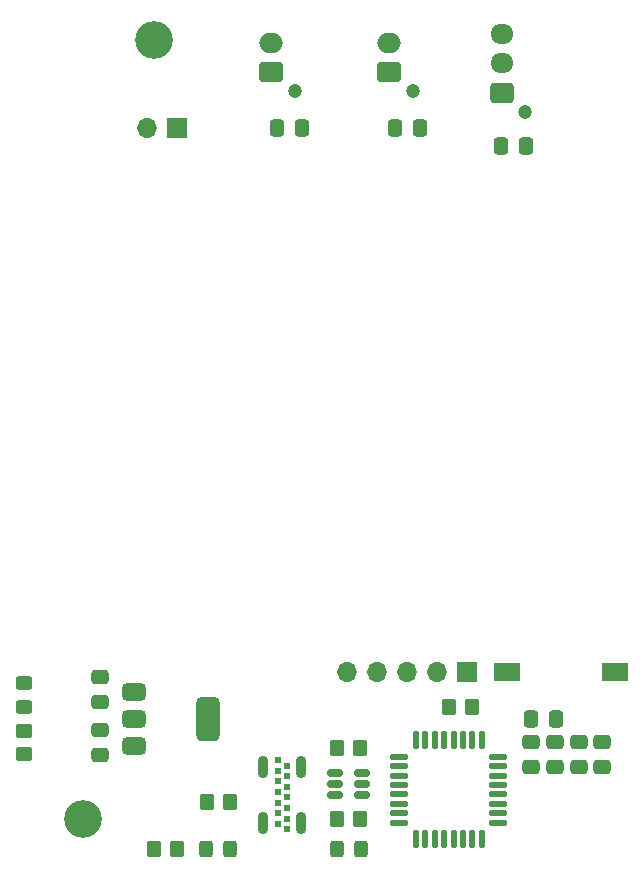
<source format=gbr>
%TF.GenerationSoftware,KiCad,Pcbnew,8.0.8*%
%TF.CreationDate,2025-01-17T17:15:23+08:00*%
%TF.ProjectId,The Button,54686520-4275-4747-946f-6e2e6b696361,rev?*%
%TF.SameCoordinates,Original*%
%TF.FileFunction,Soldermask,Top*%
%TF.FilePolarity,Negative*%
%FSLAX46Y46*%
G04 Gerber Fmt 4.6, Leading zero omitted, Abs format (unit mm)*
G04 Created by KiCad (PCBNEW 8.0.8) date 2025-01-17 17:15:23*
%MOMM*%
%LPD*%
G01*
G04 APERTURE LIST*
G04 Aperture macros list*
%AMRoundRect*
0 Rectangle with rounded corners*
0 $1 Rounding radius*
0 $2 $3 $4 $5 $6 $7 $8 $9 X,Y pos of 4 corners*
0 Add a 4 corners polygon primitive as box body*
4,1,4,$2,$3,$4,$5,$6,$7,$8,$9,$2,$3,0*
0 Add four circle primitives for the rounded corners*
1,1,$1+$1,$2,$3*
1,1,$1+$1,$4,$5*
1,1,$1+$1,$6,$7*
1,1,$1+$1,$8,$9*
0 Add four rect primitives between the rounded corners*
20,1,$1+$1,$2,$3,$4,$5,0*
20,1,$1+$1,$4,$5,$6,$7,0*
20,1,$1+$1,$6,$7,$8,$9,0*
20,1,$1+$1,$8,$9,$2,$3,0*%
G04 Aperture macros list end*
%ADD10C,3.200000*%
%ADD11R,1.700000X1.700000*%
%ADD12O,1.700000X1.700000*%
%ADD13RoundRect,0.250000X-0.350000X-0.450000X0.350000X-0.450000X0.350000X0.450000X-0.350000X0.450000X0*%
%ADD14RoundRect,0.250000X0.475000X-0.337500X0.475000X0.337500X-0.475000X0.337500X-0.475000X-0.337500X0*%
%ADD15RoundRect,0.250000X-0.325000X-0.450000X0.325000X-0.450000X0.325000X0.450000X-0.325000X0.450000X0*%
%ADD16RoundRect,0.375000X-0.625000X-0.375000X0.625000X-0.375000X0.625000X0.375000X-0.625000X0.375000X0*%
%ADD17RoundRect,0.500000X-0.500000X-1.400000X0.500000X-1.400000X0.500000X1.400000X-0.500000X1.400000X0*%
%ADD18RoundRect,0.250000X-0.337500X-0.475000X0.337500X-0.475000X0.337500X0.475000X-0.337500X0.475000X0*%
%ADD19RoundRect,0.150000X0.512500X0.150000X-0.512500X0.150000X-0.512500X-0.150000X0.512500X-0.150000X0*%
%ADD20C,1.200000*%
%ADD21RoundRect,0.250000X0.750000X-0.600000X0.750000X0.600000X-0.750000X0.600000X-0.750000X-0.600000X0*%
%ADD22O,2.000000X1.700000*%
%ADD23RoundRect,0.250000X-0.450000X0.325000X-0.450000X-0.325000X0.450000X-0.325000X0.450000X0.325000X0*%
%ADD24RoundRect,0.250000X0.450000X-0.350000X0.450000X0.350000X-0.450000X0.350000X-0.450000X-0.350000X0*%
%ADD25RoundRect,0.250000X0.350000X0.450000X-0.350000X0.450000X-0.350000X-0.450000X0.350000X-0.450000X0*%
%ADD26RoundRect,0.250000X0.725000X-0.600000X0.725000X0.600000X-0.725000X0.600000X-0.725000X-0.600000X0*%
%ADD27O,1.950000X1.700000*%
%ADD28O,0.889000X1.905000*%
%ADD29C,0.609600*%
%ADD30R,2.180000X1.600000*%
%ADD31RoundRect,0.125000X0.625000X0.125000X-0.625000X0.125000X-0.625000X-0.125000X0.625000X-0.125000X0*%
%ADD32RoundRect,0.125000X0.125000X0.625000X-0.125000X0.625000X-0.125000X-0.625000X0.125000X-0.625000X0*%
G04 APERTURE END LIST*
D10*
%TO.C,H2*%
X160000000Y-28000000D03*
%TD*%
D11*
%TO.C,J7*%
X162000000Y-35500000D03*
D12*
X159460000Y-35500000D03*
%TD*%
D13*
%TO.C,R7*%
X175500000Y-94000000D03*
X177500000Y-94000000D03*
%TD*%
D14*
%TO.C,C3*%
X194000000Y-89537500D03*
X194000000Y-87462500D03*
%TD*%
%TO.C,C8*%
X155500000Y-88537500D03*
X155500000Y-86462500D03*
%TD*%
D15*
%TO.C,D4*%
X164450000Y-96500000D03*
X166500000Y-96500000D03*
%TD*%
D16*
%TO.C,U1*%
X158350000Y-83200000D03*
X158350000Y-85500000D03*
D17*
X164650000Y-85500000D03*
D16*
X158350000Y-87800000D03*
%TD*%
D12*
%TO.C,J5*%
X176390000Y-81500000D03*
X178930000Y-81500000D03*
X181470000Y-81500000D03*
X184010000Y-81500000D03*
D11*
X186550000Y-81500000D03*
%TD*%
D18*
%TO.C,C1*%
X170462500Y-35500000D03*
X172537500Y-35500000D03*
%TD*%
D19*
%TO.C,U5*%
X177637500Y-91950000D03*
X177637500Y-91000000D03*
X177637500Y-90050000D03*
X175362500Y-90050000D03*
X175362500Y-91000000D03*
X175362500Y-91950000D03*
%TD*%
D20*
%TO.C,J1*%
X171975000Y-32350000D03*
D21*
X169975000Y-30750000D03*
D22*
X169975000Y-28250000D03*
%TD*%
D13*
%TO.C,R10*%
X175500000Y-88000000D03*
X177500000Y-88000000D03*
%TD*%
D23*
%TO.C,D1*%
X149000000Y-82475000D03*
X149000000Y-84525000D03*
%TD*%
D18*
%TO.C,C2*%
X180462500Y-35500000D03*
X182537500Y-35500000D03*
%TD*%
D10*
%TO.C,H1*%
X154000000Y-94000000D03*
%TD*%
D24*
%TO.C,R1*%
X149000000Y-88500000D03*
X149000000Y-86500000D03*
%TD*%
D14*
%TO.C,C6*%
X198000000Y-89537500D03*
X198000000Y-87462500D03*
%TD*%
D25*
%TO.C,R6*%
X162000000Y-96500000D03*
X160000000Y-96500000D03*
%TD*%
D18*
%TO.C,C10*%
X191962500Y-85500000D03*
X194037500Y-85500000D03*
%TD*%
D25*
%TO.C,R11*%
X166500000Y-92500000D03*
X164500000Y-92500000D03*
%TD*%
D15*
%TO.C,D3*%
X175500000Y-96500000D03*
X177550000Y-96500000D03*
%TD*%
D13*
%TO.C,R5*%
X185000000Y-84500000D03*
X187000000Y-84500000D03*
%TD*%
D20*
%TO.C,J6*%
X191475000Y-34100000D03*
D26*
X189475000Y-32500000D03*
D27*
X189475000Y-30000000D03*
X189475000Y-27500000D03*
%TD*%
D28*
%TO.C,J2*%
X169300000Y-89549998D03*
X172500000Y-89549998D03*
X169300000Y-94349999D03*
X172500000Y-94349999D03*
D29*
X170500000Y-94399999D03*
X170500000Y-93499998D03*
X170500000Y-92600000D03*
X170500000Y-91699999D03*
X170500000Y-90799999D03*
X170500000Y-89900000D03*
X170500000Y-89000000D03*
X171280001Y-89450000D03*
X171280001Y-90350000D03*
X171280001Y-91249999D03*
X171280001Y-92149999D03*
X171280001Y-93050000D03*
X171280001Y-93949998D03*
X171280001Y-94849999D03*
%TD*%
D30*
%TO.C,SW8*%
X199090000Y-81500000D03*
X189910000Y-81500000D03*
%TD*%
D14*
%TO.C,C9*%
X155500000Y-84037500D03*
X155500000Y-81962500D03*
%TD*%
D18*
%TO.C,C5*%
X189462500Y-37000000D03*
X191537500Y-37000000D03*
%TD*%
D14*
%TO.C,C7*%
X196000000Y-89537500D03*
X196000000Y-87462500D03*
%TD*%
%TO.C,C4*%
X192000000Y-89537500D03*
X192000000Y-87462500D03*
%TD*%
D31*
%TO.C,U2*%
X189175000Y-94300000D03*
X189175000Y-93500000D03*
X189175000Y-92700000D03*
X189175000Y-91900000D03*
X189175000Y-91100000D03*
X189175000Y-90300000D03*
X189175000Y-89500000D03*
X189175000Y-88700000D03*
D32*
X187800000Y-87325000D03*
X187000000Y-87325000D03*
X186200000Y-87325000D03*
X185400000Y-87325000D03*
X184600000Y-87325000D03*
X183800000Y-87325000D03*
X183000000Y-87325000D03*
X182200000Y-87325000D03*
D31*
X180825000Y-88700000D03*
X180825000Y-89500000D03*
X180825000Y-90300000D03*
X180825000Y-91100000D03*
X180825000Y-91900000D03*
X180825000Y-92700000D03*
X180825000Y-93500000D03*
X180825000Y-94300000D03*
D32*
X182200000Y-95675000D03*
X183000000Y-95675000D03*
X183800000Y-95675000D03*
X184600000Y-95675000D03*
X185400000Y-95675000D03*
X186200000Y-95675000D03*
X187000000Y-95675000D03*
X187800000Y-95675000D03*
%TD*%
D20*
%TO.C,J4*%
X181975000Y-32350000D03*
D21*
X179975000Y-30750000D03*
D22*
X179975000Y-28250000D03*
%TD*%
M02*

</source>
